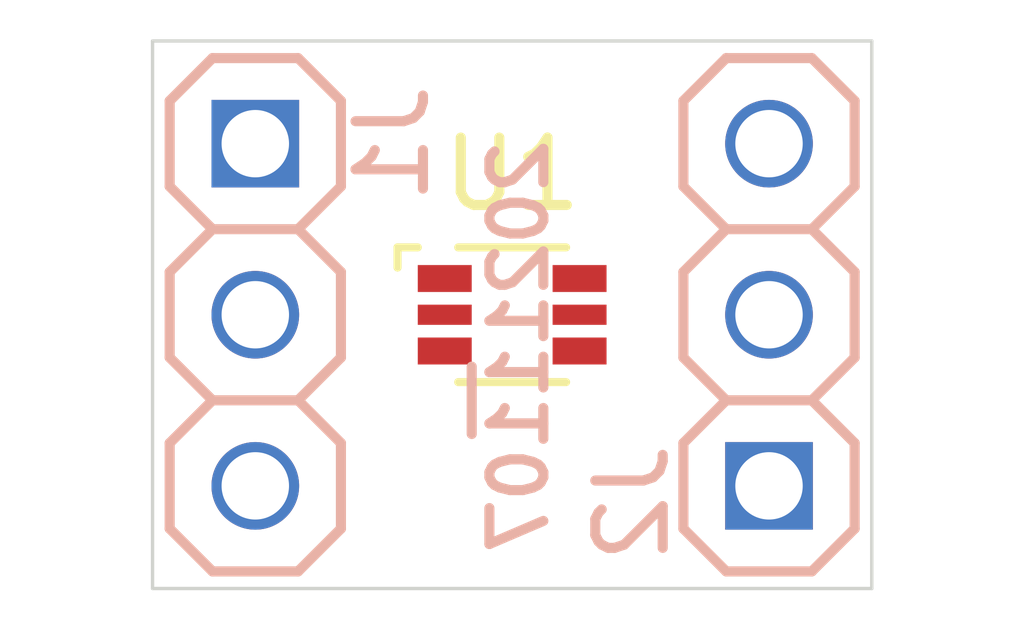
<source format=kicad_pcb>
(kicad_pcb (version 20171130) (host pcbnew 5.99.0+really5.1.10+dfsg1-1)

  (general
    (thickness 1.6)
    (drawings 4)
    (tracks 0)
    (zones 0)
    (modules 4)
    (nets 7)
  )

  (page A4)
  (layers
    (0 F.Cu signal)
    (31 B.Cu signal)
    (32 B.Adhes user)
    (33 F.Adhes user)
    (34 B.Paste user)
    (35 F.Paste user)
    (36 B.SilkS user)
    (37 F.SilkS user)
    (38 B.Mask user)
    (39 F.Mask user)
    (40 Dwgs.User user)
    (41 Cmts.User user)
    (42 Eco1.User user)
    (43 Eco2.User user)
    (44 Edge.Cuts user)
    (45 Margin user)
    (46 B.CrtYd user)
    (47 F.CrtYd user)
    (48 B.Fab user)
    (49 F.Fab user)
  )

  (setup
    (last_trace_width 0.3)
    (user_trace_width 0.2)
    (user_trace_width 0.3)
    (user_trace_width 0.4)
    (user_trace_width 0.6)
    (user_trace_width 0.8)
    (user_trace_width 1)
    (user_trace_width 1.2)
    (user_trace_width 1.4)
    (user_trace_width 1.6)
    (user_trace_width 2)
    (trace_clearance 0.2)
    (zone_clearance 0.508)
    (zone_45_only no)
    (trace_min 0.1524)
    (via_size 0.8)
    (via_drill 0.4)
    (via_min_size 0.381)
    (via_min_drill 0.254)
    (user_via 0.4 0.254)
    (user_via 0.5 0.3)
    (user_via 0.6 0.4)
    (user_via 0.8 0.6)
    (user_via 1.1 0.8)
    (user_via 1.3 1)
    (user_via 1.5 1.2)
    (user_via 1.7 1.4)
    (user_via 1.9 1.6)
    (user_via 2.5 2)
    (uvia_size 0.3)
    (uvia_drill 0.1)
    (uvias_allowed no)
    (uvia_min_size 0.2)
    (uvia_min_drill 0.1)
    (edge_width 0.05)
    (segment_width 0.2)
    (pcb_text_width 0.3)
    (pcb_text_size 1.5 1.5)
    (mod_edge_width 0.12)
    (mod_text_size 0.8 0.8)
    (mod_text_width 0.12)
    (pad_size 1.524 1.524)
    (pad_drill 0.762)
    (pad_to_mask_clearance 0.0762)
    (solder_mask_min_width 0.1016)
    (pad_to_paste_clearance_ratio -0.1)
    (aux_axis_origin 0 0)
    (visible_elements FFFFFF7F)
    (pcbplotparams
      (layerselection 0x010fc_ffffffff)
      (usegerberextensions false)
      (usegerberattributes true)
      (usegerberadvancedattributes true)
      (creategerberjobfile true)
      (excludeedgelayer true)
      (linewidth 0.100000)
      (plotframeref false)
      (viasonmask false)
      (mode 1)
      (useauxorigin false)
      (hpglpennumber 1)
      (hpglpenspeed 20)
      (hpglpendiameter 15.000000)
      (psnegative false)
      (psa4output false)
      (plotreference true)
      (plotvalue true)
      (plotinvisibletext false)
      (padsonsilk false)
      (subtractmaskfromsilk false)
      (outputformat 1)
      (mirror false)
      (drillshape 1)
      (scaleselection 1)
      (outputdirectory ""))
  )

  (net 0 "")
  (net 1 "Net-(J1-Pad3)")
  (net 2 "Net-(J1-Pad2)")
  (net 3 "Net-(J1-Pad1)")
  (net 4 "Net-(J2-Pad3)")
  (net 5 "Net-(J2-Pad2)")
  (net 6 "Net-(J2-Pad1)")

  (net_class Default "This is the default net class."
    (clearance 0.2)
    (trace_width 0.25)
    (via_dia 0.8)
    (via_drill 0.4)
    (uvia_dia 0.3)
    (uvia_drill 0.1)
    (add_net "Net-(J1-Pad1)")
    (add_net "Net-(J1-Pad2)")
    (add_net "Net-(J1-Pad3)")
    (add_net "Net-(J2-Pad1)")
    (add_net "Net-(J2-Pad2)")
    (add_net "Net-(J2-Pad3)")
  )

  (module SquantorIC:SOT666-Nexperia-Hand (layer F.Cu) (tedit 61899CBB) (tstamp 618A14AB)
    (at 149.86 82.55)
    (descr "SOT666 Reflow soldering foorprint Nexperia specification for hand soldering")
    (tags "SOT666 Nexperia Hand soldering")
    (path /61885CC0)
    (attr smd)
    (fp_text reference U1 (at 0 -1.5 180) (layer F.SilkS)
      (effects (font (size 1 1) (thickness 0.15)) (justify bottom))
    )
    (fp_text value Generic_6pin_IC (at 0 2.9 180) (layer F.Fab)
      (effects (font (size 1.27 1.27) (thickness 0.15)) (justify bottom))
    )
    (fp_line (start -0.8 -1) (end 0.8 -1) (layer F.Fab) (width 0.12))
    (fp_line (start -0.8 1) (end 0.8 1) (layer F.Fab) (width 0.12))
    (fp_line (start -0.8 -1) (end -0.8 1) (layer F.Fab) (width 0.12))
    (fp_line (start -0.8 1) (end 0.8 1) (layer F.Fab) (width 0.12))
    (fp_line (start 0.8 1) (end 0.8 -1) (layer F.Fab) (width 0.12))
    (fp_line (start -0.8 -1) (end 0.8 -1) (layer F.SilkS) (width 0.12))
    (fp_line (start -0.8 1) (end 0.8 1) (layer F.SilkS) (width 0.12))
    (fp_line (start -1.7 -1.4) (end -1.7 1.4) (layer F.CrtYd) (width 0.05))
    (fp_line (start -1.7 1.4) (end 1.7 1.4) (layer F.CrtYd) (width 0.05))
    (fp_line (start 1.7 1.4) (end 1.7 -1.4) (layer F.CrtYd) (width 0.05))
    (fp_line (start 1.7 -1.4) (end -1.7 -1.4) (layer F.CrtYd) (width 0.05))
    (fp_line (start -1.4 -1) (end -1.7 -1) (layer F.SilkS) (width 0.12))
    (fp_line (start -1.7 -1) (end -1.7 -0.7) (layer F.SilkS) (width 0.12))
    (pad 1 smd rect (at -1 -0.538) (size 0.8 0.4) (layers F.Cu F.Paste F.Mask)
      (net 3 "Net-(J1-Pad1)"))
    (pad 2 smd rect (at -1 0) (size 0.8 0.3) (layers F.Cu F.Paste F.Mask)
      (net 2 "Net-(J1-Pad2)"))
    (pad 3 smd rect (at -1 0.538) (size 0.8 0.4) (layers F.Cu F.Paste F.Mask)
      (net 1 "Net-(J1-Pad3)"))
    (pad 4 smd rect (at 1 0.538) (size 0.8 0.4) (layers F.Cu F.Paste F.Mask)
      (net 6 "Net-(J2-Pad1)"))
    (pad 5 smd rect (at 1 0) (size 0.8 0.3) (layers F.Cu F.Paste F.Mask)
      (net 5 "Net-(J2-Pad2)"))
    (pad 6 smd rect (at 1 -0.538) (size 0.8 0.4) (layers F.Cu F.Paste F.Mask)
      (net 4 "Net-(J2-Pad3)"))
    (model ${KISYS3DMOD}/Package_TO_SOT_SMD.3dshapes/SOT-666.step
      (at (xyz 0 0 0))
      (scale (xyz 1 1 1))
      (rotate (xyz 0 0 0))
    )
  )

  (module SquantorConnectors:Header-0254-1X03-H010 (layer B.Cu) (tedit 5BE2003D) (tstamp 618A1488)
    (at 153.67 82.55 90)
    (descr "PIN HEADER")
    (tags "PIN HEADER")
    (path /618840B6)
    (attr virtual)
    (fp_text reference J2 (at -2.794 -2.032 90) (layer B.SilkS)
      (effects (font (size 1 1) (thickness 0.15)) (justify mirror))
    )
    (fp_text value Conn_01x03 (at 0 -2.1 -90) (layer B.Fab)
      (effects (font (size 1 1) (thickness 0.15)) (justify mirror))
    )
    (fp_line (start -3.175 1.27) (end -1.905 1.27) (layer B.SilkS) (width 0.15))
    (fp_line (start -1.905 1.27) (end -1.27 0.635) (layer B.SilkS) (width 0.15))
    (fp_line (start -1.27 0.635) (end -1.27 -0.635) (layer B.SilkS) (width 0.15))
    (fp_line (start -1.27 -0.635) (end -1.905 -1.27) (layer B.SilkS) (width 0.15))
    (fp_line (start -1.27 0.635) (end -0.635 1.27) (layer B.SilkS) (width 0.15))
    (fp_line (start -0.635 1.27) (end 0.635 1.27) (layer B.SilkS) (width 0.15))
    (fp_line (start 0.635 1.27) (end 1.27 0.635) (layer B.SilkS) (width 0.15))
    (fp_line (start 1.27 0.635) (end 1.27 -0.635) (layer B.SilkS) (width 0.15))
    (fp_line (start 1.27 -0.635) (end 0.635 -1.27) (layer B.SilkS) (width 0.15))
    (fp_line (start 0.635 -1.27) (end -0.635 -1.27) (layer B.SilkS) (width 0.15))
    (fp_line (start -0.635 -1.27) (end -1.27 -0.635) (layer B.SilkS) (width 0.15))
    (fp_line (start -3.81 0.635) (end -3.81 -0.635) (layer B.SilkS) (width 0.15))
    (fp_line (start -3.175 1.27) (end -3.81 0.635) (layer B.SilkS) (width 0.15))
    (fp_line (start -3.81 -0.635) (end -3.175 -1.27) (layer B.SilkS) (width 0.15))
    (fp_line (start -1.905 -1.27) (end -3.175 -1.27) (layer B.SilkS) (width 0.15))
    (fp_line (start 1.27 0.635) (end 1.905 1.27) (layer B.SilkS) (width 0.15))
    (fp_line (start 1.905 1.27) (end 3.175 1.27) (layer B.SilkS) (width 0.15))
    (fp_line (start 3.175 1.27) (end 3.81 0.635) (layer B.SilkS) (width 0.15))
    (fp_line (start 3.81 0.635) (end 3.81 -0.635) (layer B.SilkS) (width 0.15))
    (fp_line (start 3.81 -0.635) (end 3.175 -1.27) (layer B.SilkS) (width 0.15))
    (fp_line (start 3.175 -1.27) (end 1.905 -1.27) (layer B.SilkS) (width 0.15))
    (fp_line (start 1.905 -1.27) (end 1.27 -0.635) (layer B.SilkS) (width 0.15))
    (pad 3 thru_hole circle (at 2.54 0 270) (size 1.3 1.3) (drill 1) (layers *.Cu *.Mask)
      (net 4 "Net-(J2-Pad3)"))
    (pad 2 thru_hole circle (at 0 0 270) (size 1.3 1.3) (drill 1) (layers *.Cu *.Mask)
      (net 5 "Net-(J2-Pad2)"))
    (pad 1 thru_hole rect (at -2.54 0 270) (size 1.3 1.3) (drill 1) (layers *.Cu *.Mask)
      (net 6 "Net-(J2-Pad1)"))
  )

  (module SquantorConnectors:Header-0254-1X03-H010 (layer B.Cu) (tedit 5BE2003D) (tstamp 618A146B)
    (at 146.05 82.55 270)
    (descr "PIN HEADER")
    (tags "PIN HEADER")
    (path /61883BF3)
    (attr virtual)
    (fp_text reference J1 (at -2.54 -2.032 90) (layer B.SilkS)
      (effects (font (size 1 1) (thickness 0.15)) (justify mirror))
    )
    (fp_text value Conn_01x03 (at 0 -2.1 270) (layer B.Fab)
      (effects (font (size 1 1) (thickness 0.15)) (justify mirror))
    )
    (fp_line (start -3.175 1.27) (end -1.905 1.27) (layer B.SilkS) (width 0.15))
    (fp_line (start -1.905 1.27) (end -1.27 0.635) (layer B.SilkS) (width 0.15))
    (fp_line (start -1.27 0.635) (end -1.27 -0.635) (layer B.SilkS) (width 0.15))
    (fp_line (start -1.27 -0.635) (end -1.905 -1.27) (layer B.SilkS) (width 0.15))
    (fp_line (start -1.27 0.635) (end -0.635 1.27) (layer B.SilkS) (width 0.15))
    (fp_line (start -0.635 1.27) (end 0.635 1.27) (layer B.SilkS) (width 0.15))
    (fp_line (start 0.635 1.27) (end 1.27 0.635) (layer B.SilkS) (width 0.15))
    (fp_line (start 1.27 0.635) (end 1.27 -0.635) (layer B.SilkS) (width 0.15))
    (fp_line (start 1.27 -0.635) (end 0.635 -1.27) (layer B.SilkS) (width 0.15))
    (fp_line (start 0.635 -1.27) (end -0.635 -1.27) (layer B.SilkS) (width 0.15))
    (fp_line (start -0.635 -1.27) (end -1.27 -0.635) (layer B.SilkS) (width 0.15))
    (fp_line (start -3.81 0.635) (end -3.81 -0.635) (layer B.SilkS) (width 0.15))
    (fp_line (start -3.175 1.27) (end -3.81 0.635) (layer B.SilkS) (width 0.15))
    (fp_line (start -3.81 -0.635) (end -3.175 -1.27) (layer B.SilkS) (width 0.15))
    (fp_line (start -1.905 -1.27) (end -3.175 -1.27) (layer B.SilkS) (width 0.15))
    (fp_line (start 1.27 0.635) (end 1.905 1.27) (layer B.SilkS) (width 0.15))
    (fp_line (start 1.905 1.27) (end 3.175 1.27) (layer B.SilkS) (width 0.15))
    (fp_line (start 3.175 1.27) (end 3.81 0.635) (layer B.SilkS) (width 0.15))
    (fp_line (start 3.81 0.635) (end 3.81 -0.635) (layer B.SilkS) (width 0.15))
    (fp_line (start 3.81 -0.635) (end 3.175 -1.27) (layer B.SilkS) (width 0.15))
    (fp_line (start 3.175 -1.27) (end 1.905 -1.27) (layer B.SilkS) (width 0.15))
    (fp_line (start 1.905 -1.27) (end 1.27 -0.635) (layer B.SilkS) (width 0.15))
    (pad 3 thru_hole circle (at 2.54 0 90) (size 1.3 1.3) (drill 1) (layers *.Cu *.Mask)
      (net 1 "Net-(J1-Pad3)"))
    (pad 2 thru_hole circle (at 0 0 90) (size 1.3 1.3) (drill 1) (layers *.Cu *.Mask)
      (net 2 "Net-(J1-Pad2)"))
    (pad 1 thru_hole rect (at -2.54 0 90) (size 1.3 1.3) (drill 1) (layers *.Cu *.Mask)
      (net 3 "Net-(J1-Pad1)"))
  )

  (module SquantorLabels:Label_Generic (layer B.Cu) (tedit 5D8A7D4C) (tstamp 5EE12051)
    (at 149.86 83.82 90)
    (descr "Label for general purpose use")
    (tags Label)
    (path /5EE12BF3)
    (attr smd)
    (fp_text reference N1 (at 0 -1.85 270) (layer B.Fab) hide
      (effects (font (size 1 1) (thickness 0.15)) (justify mirror))
    )
    (fp_text value 20211107 (at 0.8 0.1 270) (layer B.SilkS)
      (effects (font (size 0.8 0.8) (thickness 0.15)) (justify mirror))
    )
    (fp_line (start -0.5 -0.6) (end 0.5 -0.6) (layer B.SilkS) (width 0.15))
  )

  (gr_line (start 144.526 78.486) (end 144.526 86.614) (layer Edge.Cuts) (width 0.05) (tstamp 618A168F))
  (gr_line (start 155.194 78.486) (end 144.526 78.486) (layer Edge.Cuts) (width 0.05))
  (gr_line (start 155.194 86.614) (end 155.194 78.486) (layer Edge.Cuts) (width 0.05))
  (gr_line (start 144.526 86.614) (end 155.194 86.614) (layer Edge.Cuts) (width 0.05))

)

</source>
